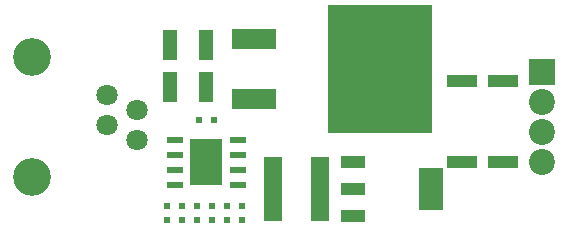
<source format=gts>
G04 #@! TF.FileFunction,Soldermask,Top*
%FSLAX46Y46*%
G04 Gerber Fmt 4.6, Leading zero omitted, Abs format (unit mm)*
G04 Created by KiCad (PCBNEW 4.0.2+dfsg1-stable) date Sun 22 May 2016 05:06:21 PM EDT*
%MOMM*%
G01*
G04 APERTURE LIST*
%ADD10C,0.150000*%
%ADD11R,8.900000X10.800000*%
%ADD12R,3.700000X1.778000*%
%ADD13R,2.500000X1.000000*%
%ADD14R,2.200000X2.200000*%
%ADD15C,2.200000*%
%ADD16R,2.032000X3.657600*%
%ADD17R,2.032000X1.016000*%
%ADD18C,3.200000*%
%ADD19C,1.800000*%
%ADD20R,1.500000X5.500000*%
%ADD21R,1.270000X2.540000*%
%ADD22R,0.550000X0.600000*%
%ADD23R,0.600000X0.550000*%
%ADD24R,1.399540X0.599440*%
%ADD25R,2.799080X4.000500*%
G04 APERTURE END LIST*
D10*
D11*
X143696000Y-112776000D03*
D12*
X133096000Y-110236000D03*
X133096000Y-115316000D03*
D13*
X154150000Y-113792000D03*
X150650000Y-113792000D03*
D14*
X157480000Y-113030000D03*
D15*
X157480000Y-115570000D03*
X157480000Y-118110000D03*
X157480000Y-120650000D03*
D16*
X148082000Y-122936000D03*
D17*
X141478000Y-122936000D03*
X141478000Y-125222000D03*
X141478000Y-120650000D03*
D18*
X114300000Y-111760000D03*
X114300000Y-121920000D03*
D19*
X120650000Y-114935000D03*
X123190000Y-116205000D03*
X120650000Y-117475000D03*
X123190000Y-118745000D03*
D20*
X134652000Y-122936000D03*
X138652000Y-122936000D03*
D21*
X125984000Y-114300000D03*
X129032000Y-114300000D03*
D22*
X128432000Y-117094000D03*
X129632000Y-117094000D03*
D23*
X130810000Y-124368000D03*
X130810000Y-125568000D03*
X132080000Y-124368000D03*
X132080000Y-125568000D03*
X125730000Y-124368000D03*
X125730000Y-125568000D03*
X129540000Y-124368000D03*
X129540000Y-125568000D03*
X127000000Y-124368000D03*
X127000000Y-125568000D03*
X128270000Y-124368000D03*
X128270000Y-125568000D03*
D24*
X131699000Y-118745000D03*
X126365000Y-118745000D03*
X131699000Y-120015000D03*
X131699000Y-121285000D03*
X131699000Y-122555000D03*
X126365000Y-120015000D03*
X126365000Y-121285000D03*
X126365000Y-122555000D03*
D25*
X129032000Y-120650000D03*
D13*
X154150000Y-120650000D03*
X150650000Y-120650000D03*
D21*
X125984000Y-110744000D03*
X129032000Y-110744000D03*
M02*

</source>
